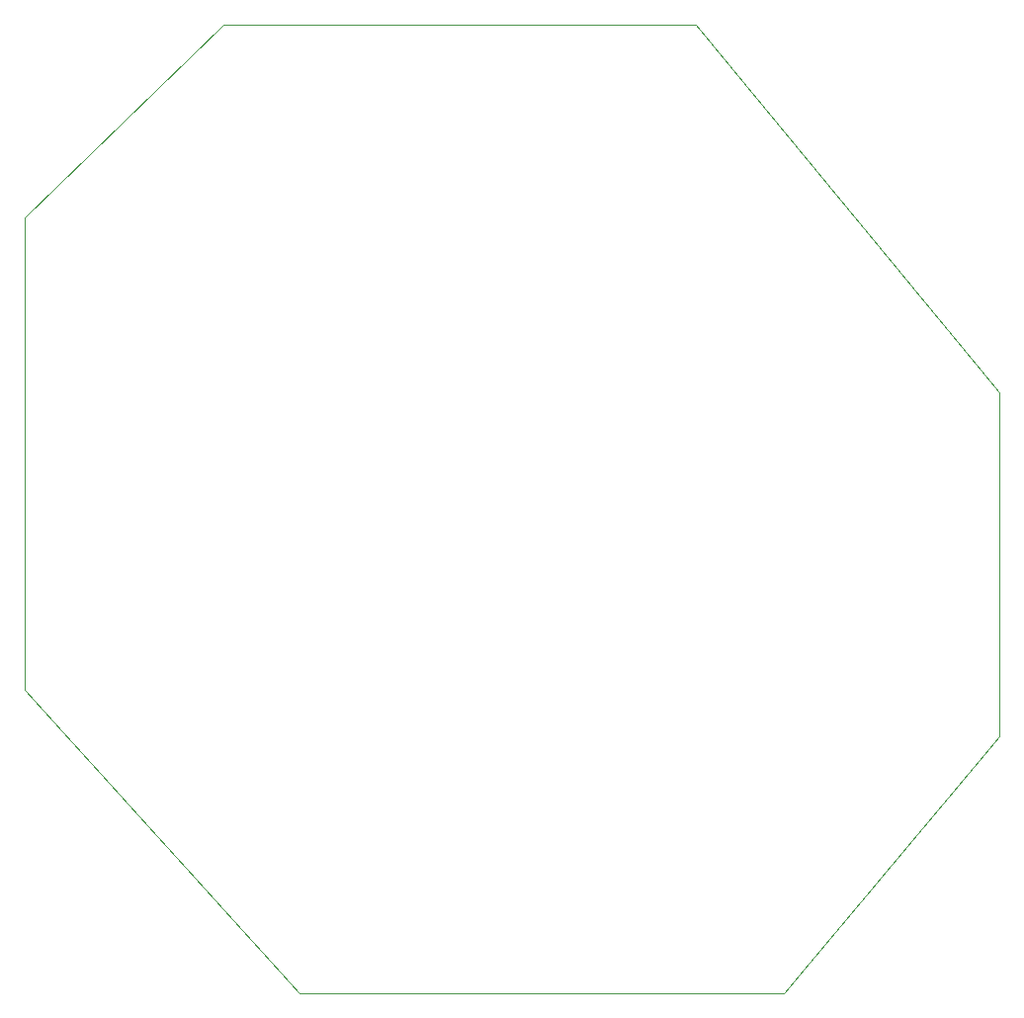
<source format=gm1>
%TF.GenerationSoftware,KiCad,Pcbnew,(5.1.12)-1*%
%TF.CreationDate,2022-05-06T09:07:05-07:00*%
%TF.ProjectId,HarmonicTremolo_V01,4861726d-6f6e-4696-9354-72656d6f6c6f,rev?*%
%TF.SameCoordinates,Original*%
%TF.FileFunction,Profile,NP*%
%FSLAX46Y46*%
G04 Gerber Fmt 4.6, Leading zero omitted, Abs format (unit mm)*
G04 Created by KiCad (PCBNEW (5.1.12)-1) date 2022-05-06 09:07:05*
%MOMM*%
%LPD*%
G01*
G04 APERTURE LIST*
%TA.AperFunction,Profile*%
%ADD10C,0.050000*%
%TD*%
G04 APERTURE END LIST*
D10*
X144000000Y-67000000D02*
X184500000Y-67000000D01*
X127000000Y-83500000D02*
X144000000Y-67000000D01*
X127000000Y-84000000D02*
X127000000Y-83500000D01*
X127000000Y-124000000D02*
X127000000Y-84000000D01*
X150500000Y-150000000D02*
X127000000Y-124000000D01*
X192000000Y-150000000D02*
X150500000Y-150000000D01*
X210500000Y-128000000D02*
X192000000Y-150000000D01*
X210500000Y-98500000D02*
X210500000Y-128000000D01*
X184500000Y-67000000D02*
X210500000Y-98500000D01*
M02*

</source>
